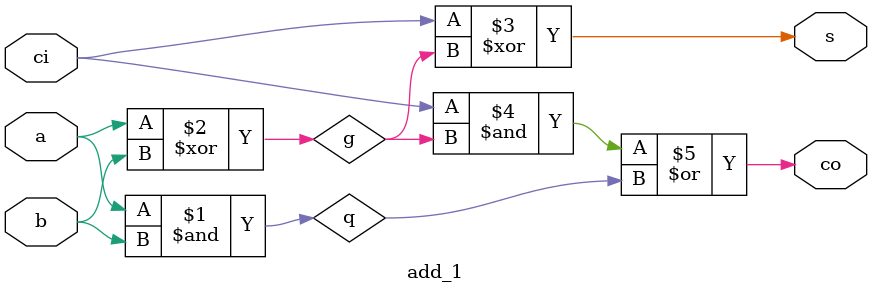
<source format=v>
module add_1 (
    a,
    b,
    s,
    ci,
    co
);

  input a, b, ci;
  output s, co;

  wire q = a & b;
  wire g = a ^ b;

  assign s  = ci ^ g;
  assign co = ci & g | q;

endmodule  //add_1

</source>
